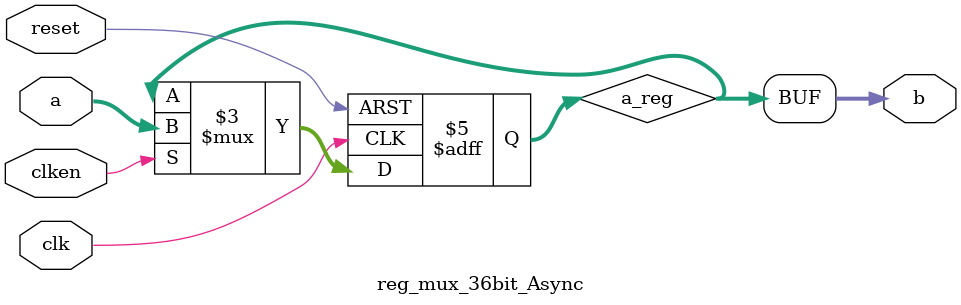
<source format=v>
module reg_mux_36bit_Async (a,clk,reset,clken,b);
parameter regi = 1;
    input [35:0]a;
    input clk,clken,reset;

    output reg [35:0]b;

    reg [35:0]a_reg;

    always @(*) begin
        if (regi) begin 
             b <= a_reg;
        end else begin
            b = a;
        end
    end

    always @(posedge clk or posedge reset) begin
        if (reset) begin
            a_reg <= 0;
        end else begin
             if (clken) begin
                   a_reg <= a;
                end  
        end
    end

endmodule
</source>
